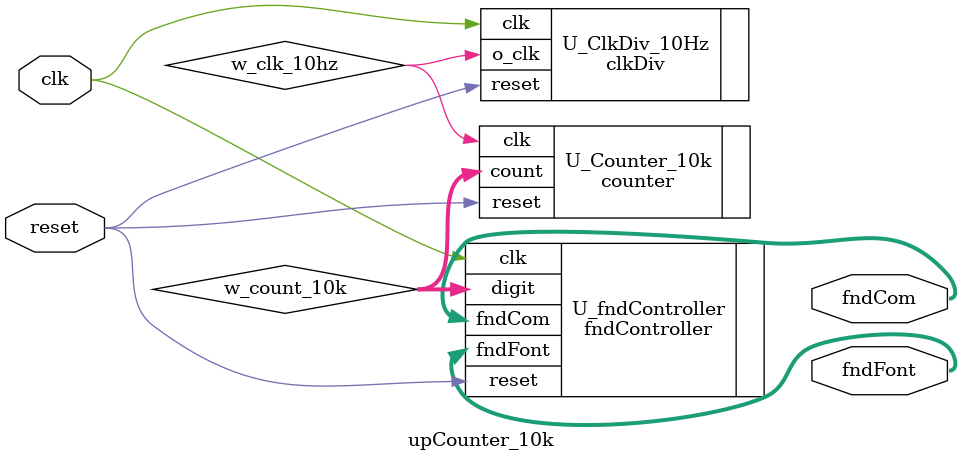
<source format=v>
`timescale 1ns / 1ps

module upCounter_10k (
    input clk,
    input reset,
    output [3:0] fndCom,
    output [7:0] fndFont
);
    wire w_clk_10hz;
    wire [13:0] w_count_10k;
    fndController U_fndController (
        .clk(clk),
        .digit(w_count_10k),
        .fndFont(fndFont),
        .reset(reset),
        .fndCom(fndCom)
    );
    clkDiv #(
        .MAX_COUNT(10_000_000)
    ) U_ClkDiv_10Hz (
        .clk  (clk),
        .reset(reset),
        .o_clk(w_clk_10hz)
    );


    counter #(
        .MAX_COUNT(10000)
    ) U_Counter_10k (
        .clk  (w_clk_10hz),
        .count(w_count_10k),
        .reset(reset)
    );

endmodule

</source>
